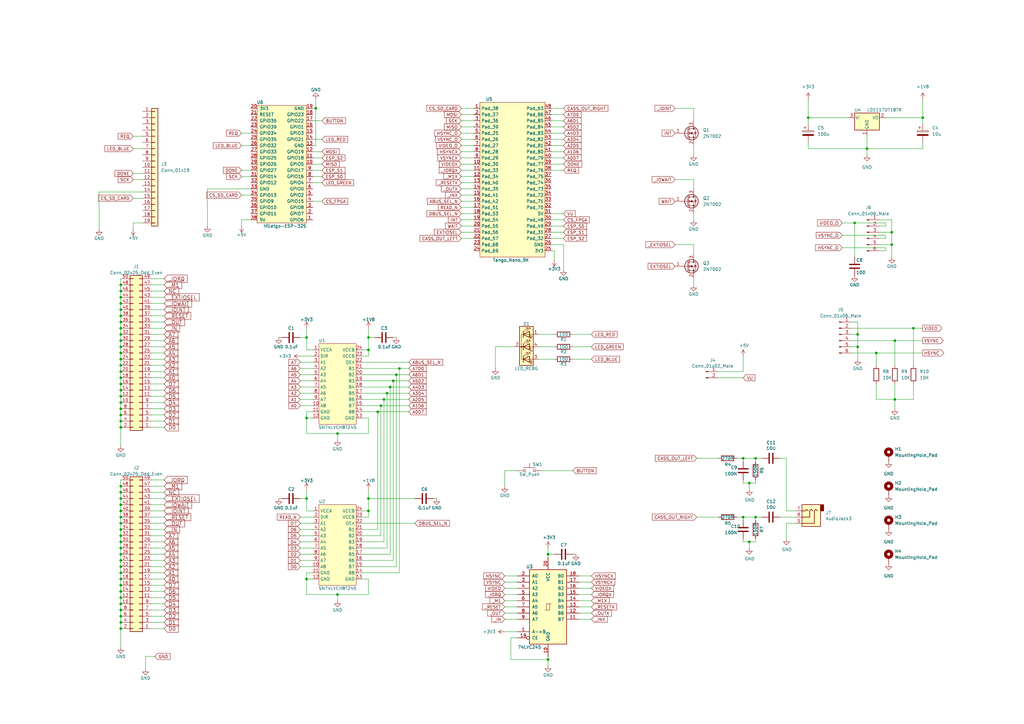
<source format=kicad_sch>
(kicad_sch (version 20211123) (generator eeschema)
  (paper "A3")
  (title_block (title "TRS-IO-M3 HIRES") (date "2023-06-18") (rev "V2.2b") (comment 3 "Title: TRS-IO with HIRES for the TRS-80 Model III") (comment 4 "Author: Matt Boytim & Arno Puder"))
  (junction (at 49.53 149.86))
  (junction (at 49.53 132.08))
  (junction (at 49.53 147.32))
  (junction (at 350.52 91.44))
  (junction (at 151.13 204.47))
  (junction (at 367.03 163.83))
  (junction (at 163.83 151.13))
  (junction (at 351.79 137.16))
  (junction (at 49.53 137.16))
  (junction (at 49.53 214.63))
  (junction (at 49.53 172.72))
  (junction (at 365.76 95.25))
  (junction (at 49.53 154.94))
  (junction (at 49.53 227.33))
  (junction (at 49.53 157.48))
  (junction (at 49.53 170.18))
  (junction (at 224.79 227.33))
  (junction (at 49.53 209.55))
  (junction (at 49.53 152.4))
  (junction (at 355.6 60.96))
  (junction (at 49.53 199.39))
  (junction (at 49.53 139.7))
  (junction (at 49.53 160.02))
  (junction (at 49.53 142.24))
  (junction (at 307.34 222.25))
  (junction (at 125.73 237.49))
  (junction (at 125.73 204.47))
  (junction (at 151.13 209.55))
  (junction (at 49.53 224.79))
  (junction (at 309.88 187.96))
  (junction (at 162.56 153.67))
  (junction (at 158.75 161.29))
  (junction (at 331.47 48.26))
  (junction (at 160.02 158.75))
  (junction (at 49.53 250.19))
  (junction (at 49.53 127))
  (junction (at 49.53 204.47))
  (junction (at 125.73 138.43))
  (junction (at 49.53 229.87))
  (junction (at 154.94 168.91))
  (junction (at 359.41 144.78))
  (junction (at 49.53 124.46))
  (junction (at 49.53 217.17))
  (junction (at 49.53 234.95))
  (junction (at 49.53 252.73))
  (junction (at 138.43 243.84))
  (junction (at 49.53 167.64))
  (junction (at 161.29 156.21))
  (junction (at 49.53 219.71))
  (junction (at 49.53 212.09))
  (junction (at 224.79 270.51))
  (junction (at 49.53 242.57))
  (junction (at 49.53 237.49))
  (junction (at 304.8 212.09))
  (junction (at 49.53 134.62))
  (junction (at 374.65 134.62))
  (junction (at 49.53 116.84))
  (junction (at 151.13 143.51))
  (junction (at 49.53 257.81))
  (junction (at 156.21 166.37))
  (junction (at 49.53 232.41))
  (junction (at 125.73 171.45))
  (junction (at 304.8 187.96))
  (junction (at 309.88 212.09))
  (junction (at 49.53 144.78))
  (junction (at 49.53 121.92))
  (junction (at 157.48 163.83))
  (junction (at 129.54 44.45))
  (junction (at 49.53 175.26))
  (junction (at 49.53 165.1))
  (junction (at 49.53 119.38))
  (junction (at 307.34 198.12))
  (junction (at 49.53 240.03))
  (junction (at 49.53 207.01))
  (junction (at 49.53 201.93))
  (junction (at 49.53 162.56))
  (junction (at 49.53 129.54))
  (junction (at 138.43 177.8))
  (junction (at 378.46 48.26))
  (junction (at 49.53 255.27))
  (junction (at 351.79 142.24))
  (junction (at 49.53 247.65))
  (junction (at 49.53 245.11))
  (junction (at 49.53 222.25))
  (junction (at 151.13 138.43))
  (junction (at 365.76 100.33))
  (junction (at 367.03 139.7))
  (wire (pts (xy 102.87 90.17) (xy 99.06 90.17)))
  (wire (pts (xy 62.23 149.86) (xy 67.31 149.86)))
  (wire (pts (xy 129.54 44.45) (xy 129.54 59.69)))
  (wire (pts (xy 49.53 175.26) (xy 49.53 182.88)))
  (wire (pts (xy 189.23 85.09) (xy 194.31 85.09)))
  (wire (pts (xy 154.94 168.91) (xy 167.64 168.91)))
  (wire (pts (xy 129.54 59.69) (xy 128.27 59.69)))
  (wire (pts (xy 148.59 151.13) (xy 163.83 151.13)))
  (wire (pts (xy 123.19 166.37) (xy 128.27 166.37)))
  (wire (pts (xy 114.3 138.43) (xy 115.57 138.43)))
  (wire (pts (xy 322.58 214.63) (xy 322.58 220.98)))
  (wire (pts (xy 331.47 60.96) (xy 355.6 60.96)))
  (wire (pts (xy 189.23 59.69) (xy 194.31 59.69)))
  (wire (pts (xy 226.06 92.71) (xy 231.14 92.71)))
  (wire (pts (xy 125.73 143.51) (xy 128.27 143.51)))
  (wire (pts (xy 49.53 149.86) (xy 49.53 152.4)))
  (wire (pts (xy 62.23 124.46) (xy 67.31 124.46)))
  (wire (pts (xy 207.01 251.46) (xy 212.09 251.46)))
  (wire (pts (xy 154.94 168.91) (xy 154.94 217.17)))
  (wire (pts (xy 151.13 138.43) (xy 151.13 143.51)))
  (wire (pts (xy 49.53 119.38) (xy 49.53 121.92)))
  (wire (pts (xy 114.3 204.47) (xy 115.57 204.47)))
  (wire (pts (xy 148.59 143.51) (xy 151.13 143.51)))
  (wire (pts (xy 237.49 254) (xy 242.57 254)))
  (wire (pts (xy 207.01 248.92) (xy 212.09 248.92)))
  (wire (pts (xy 49.53 212.09) (xy 49.53 214.63)))
  (wire (pts (xy 128.27 62.23) (xy 132.08 62.23)))
  (wire (pts (xy 151.13 200.66) (xy 151.13 204.47)))
  (wire (pts (xy 209.55 261.62) (xy 209.55 270.51)))
  (wire (pts (xy 49.53 227.33) (xy 49.53 229.87)))
  (wire (pts (xy 374.65 134.62) (xy 378.46 134.62)))
  (wire (pts (xy 226.06 49.53) (xy 231.14 49.53)))
  (wire (pts (xy 284.48 44.45) (xy 276.86 44.45)))
  (wire (pts (xy 54.61 60.96) (xy 58.42 60.96)))
  (wire (pts (xy 123.19 222.25) (xy 128.27 222.25)))
  (wire (pts (xy 224.79 224.79) (xy 224.79 227.33)))
  (wire (pts (xy 123.19 219.71) (xy 128.27 219.71)))
  (wire (pts (xy 189.23 57.15) (xy 194.31 57.15)))
  (wire (pts (xy 59.69 269.24) (xy 63.5 269.24)))
  (wire (pts (xy 367.03 163.83) (xy 367.03 167.64)))
  (wire (pts (xy 49.53 214.63) (xy 49.53 217.17)))
  (wire (pts (xy 189.23 67.31) (xy 194.31 67.31)))
  (wire (pts (xy 294.64 152.4) (xy 304.8 152.4)))
  (wire (pts (xy 326.39 212.09) (xy 320.04 212.09)))
  (wire (pts (xy 350.52 91.44) (xy 363.22 91.44)))
  (wire (pts (xy 62.23 232.41) (xy 67.31 232.41)))
  (wire (pts (xy 212.09 259.08) (xy 207.01 259.08)))
  (wire (pts (xy 123.19 229.87) (xy 128.27 229.87)))
  (wire (pts (xy 237.49 241.3) (xy 242.57 241.3)))
  (wire (pts (xy 367.03 139.7) (xy 378.46 139.7)))
  (wire (pts (xy 138.43 243.84) (xy 151.13 243.84)))
  (wire (pts (xy 203.2 151.13) (xy 203.2 142.24)))
  (wire (pts (xy 123.19 153.67) (xy 128.27 153.67)))
  (wire (pts (xy 326.39 209.55) (xy 322.58 209.55)))
  (wire (pts (xy 365.76 95.25) (xy 365.76 100.33)))
  (wire (pts (xy 99.06 90.17) (xy 99.06 92.71)))
  (wire (pts (xy 148.59 224.79) (xy 158.75 224.79)))
  (wire (pts (xy 212.09 261.62) (xy 209.55 261.62)))
  (wire (pts (xy 123.19 158.75) (xy 128.27 158.75)))
  (wire (pts (xy 58.42 73.66) (xy 54.61 73.66)))
  (wire (pts (xy 224.79 269.24) (xy 224.79 270.51)))
  (wire (pts (xy 359.41 144.78) (xy 378.46 144.78)))
  (wire (pts (xy 49.53 147.32) (xy 49.53 149.86)))
  (wire (pts (xy 226.06 54.61) (xy 231.14 54.61)))
  (wire (pts (xy 351.79 132.08) (xy 351.79 137.16)))
  (wire (pts (xy 49.53 157.48) (xy 49.53 160.02)))
  (wire (pts (xy 307.34 198.12) (xy 307.34 200.66)))
  (wire (pts (xy 49.53 257.81) (xy 49.53 265.43)))
  (wire (pts (xy 132.08 49.53) (xy 128.27 49.53)))
  (wire (pts (xy 151.13 243.84) (xy 151.13 237.49)))
  (wire (pts (xy 322.58 209.55) (xy 322.58 187.96)))
  (wire (pts (xy 179.07 204.47) (xy 177.8 204.47)))
  (wire (pts (xy 49.53 162.56) (xy 49.53 165.1)))
  (wire (pts (xy 349.25 132.08) (xy 351.79 132.08)))
  (wire (pts (xy 312.42 212.09) (xy 309.88 212.09)))
  (wire (pts (xy 158.75 161.29) (xy 158.75 224.79)))
  (wire (pts (xy 203.2 142.24) (xy 210.82 142.24)))
  (wire (pts (xy 123.19 161.29) (xy 128.27 161.29)))
  (wire (pts (xy 151.13 177.8) (xy 151.13 171.45)))
  (wire (pts (xy 234.95 137.16) (xy 242.57 137.16)))
  (wire (pts (xy 62.23 132.08) (xy 67.31 132.08)))
  (wire (pts (xy 349.25 137.16) (xy 351.79 137.16)))
  (wire (pts (xy 62.23 252.73) (xy 67.31 252.73)))
  (wire (pts (xy 123.19 227.33) (xy 128.27 227.33)))
  (wire (pts (xy 102.87 54.61) (xy 99.06 54.61)))
  (wire (pts (xy 49.53 242.57) (xy 49.53 245.11)))
  (wire (pts (xy 62.23 207.01) (xy 67.31 207.01)))
  (wire (pts (xy 207.01 246.38) (xy 212.09 246.38)))
  (wire (pts (xy 359.41 163.83) (xy 367.03 163.83)))
  (wire (pts (xy 49.53 217.17) (xy 49.53 219.71)))
  (wire (pts (xy 307.34 222.25) (xy 309.88 222.25)))
  (wire (pts (xy 125.73 138.43) (xy 125.73 143.51)))
  (wire (pts (xy 189.23 95.25) (xy 194.31 95.25)))
  (wire (pts (xy 49.53 170.18) (xy 49.53 172.72)))
  (wire (pts (xy 365.76 90.17) (xy 365.76 95.25)))
  (wire (pts (xy 220.98 147.32) (xy 227.33 147.32)))
  (wire (pts (xy 226.06 62.23) (xy 231.14 62.23)))
  (wire (pts (xy 62.23 201.93) (xy 67.31 201.93)))
  (wire (pts (xy 349.25 144.78) (xy 359.41 144.78)))
  (wire (pts (xy 163.83 151.13) (xy 167.64 151.13)))
  (wire (pts (xy 62.23 196.85) (xy 67.31 196.85)))
  (wire (pts (xy 359.41 157.48) (xy 359.41 163.83)))
  (wire (pts (xy 123.19 148.59) (xy 128.27 148.59)))
  (wire (pts (xy 62.23 229.87) (xy 67.31 229.87)))
  (wire (pts (xy 49.53 121.92) (xy 49.53 124.46)))
  (wire (pts (xy 49.53 196.85) (xy 49.53 199.39)))
  (wire (pts (xy 138.43 243.84) (xy 138.43 246.38)))
  (wire (pts (xy 49.53 255.27) (xy 49.53 257.81)))
  (wire (pts (xy 309.88 196.85) (xy 309.88 198.12)))
  (wire (pts (xy 231.14 100.33) (xy 231.14 110.49)))
  (wire (pts (xy 307.34 222.25) (xy 307.34 224.79)))
  (wire (pts (xy 226.06 59.69) (xy 231.14 59.69)))
  (wire (pts (xy 129.54 40.64) (xy 129.54 44.45)))
  (wire (pts (xy 189.23 97.79) (xy 194.31 97.79)))
  (wire (pts (xy 345.44 96.52) (xy 363.22 96.52)))
  (wire (pts (xy 226.06 44.45) (xy 231.14 44.45)))
  (wire (pts (xy 58.42 78.74) (xy 40.64 78.74)))
  (wire (pts (xy 158.75 161.29) (xy 167.64 161.29)))
  (wire (pts (xy 151.13 209.55) (xy 151.13 212.09)))
  (wire (pts (xy 54.61 81.28) (xy 58.42 81.28)))
  (wire (pts (xy 62.23 219.71) (xy 67.31 219.71)))
  (wire (pts (xy 49.53 234.95) (xy 49.53 237.49)))
  (wire (pts (xy 360.68 90.17) (xy 365.76 90.17)))
  (wire (pts (xy 62.23 250.19) (xy 67.31 250.19)))
  (wire (pts (xy 128.27 82.55) (xy 132.08 82.55)))
  (wire (pts (xy 309.88 187.96) (xy 304.8 187.96)))
  (wire (pts (xy 99.06 59.69) (xy 102.87 59.69)))
  (wire (pts (xy 189.23 82.55) (xy 194.31 82.55)))
  (wire (pts (xy 62.23 242.57) (xy 67.31 242.57)))
  (wire (pts (xy 148.59 222.25) (xy 157.48 222.25)))
  (wire (pts (xy 189.23 46.99) (xy 194.31 46.99)))
  (wire (pts (xy 363.22 92.71) (xy 360.68 92.71)))
  (wire (pts (xy 132.08 74.93) (xy 128.27 74.93)))
  (wire (pts (xy 59.69 274.32) (xy 59.69 269.24)))
  (wire (pts (xy 49.53 172.72) (xy 49.53 175.26)))
  (wire (pts (xy 58.42 71.12) (xy 54.61 71.12)))
  (wire (pts (xy 49.53 152.4) (xy 49.53 154.94)))
  (wire (pts (xy 62.23 257.81) (xy 67.31 257.81)))
  (wire (pts (xy 237.49 251.46) (xy 242.57 251.46)))
  (wire (pts (xy 162.56 138.43) (xy 161.29 138.43)))
  (wire (pts (xy 234.95 227.33) (xy 236.22 227.33)))
  (wire (pts (xy 304.8 220.98) (xy 304.8 222.25)))
  (wire (pts (xy 148.59 214.63) (xy 170.18 214.63)))
  (wire (pts (xy 148.59 217.17) (xy 154.94 217.17)))
  (wire (pts (xy 309.88 212.09) (xy 304.8 212.09)))
  (wire (pts (xy 62.23 144.78) (xy 67.31 144.78)))
  (wire (pts (xy 207.01 254) (xy 212.09 254)))
  (wire (pts (xy 125.73 134.62) (xy 125.73 138.43)))
  (wire (pts (xy 125.73 234.95) (xy 125.73 237.49)))
  (wire (pts (xy 374.65 134.62) (xy 374.65 149.86)))
  (wire (pts (xy 123.19 232.41) (xy 128.27 232.41)))
  (wire (pts (xy 151.13 212.09) (xy 148.59 212.09)))
  (wire (pts (xy 355.6 60.96) (xy 378.46 60.96)))
  (wire (pts (xy 151.13 146.05) (xy 148.59 146.05)))
  (wire (pts (xy 367.03 139.7) (xy 367.03 149.86)))
  (wire (pts (xy 123.19 156.21) (xy 128.27 156.21)))
  (wire (pts (xy 148.59 161.29) (xy 158.75 161.29)))
  (wire (pts (xy 62.23 204.47) (xy 67.31 204.47)))
  (wire (pts (xy 212.09 241.3) (xy 207.01 241.3)))
  (wire (pts (xy 226.06 90.17) (xy 231.14 90.17)))
  (wire (pts (xy 62.23 172.72) (xy 67.31 172.72)))
  (wire (pts (xy 312.42 187.96) (xy 309.88 187.96)))
  (wire (pts (xy 378.46 48.26) (xy 378.46 50.8)))
  (wire (pts (xy 156.21 166.37) (xy 167.64 166.37)))
  (wire (pts (xy 49.53 129.54) (xy 49.53 132.08)))
  (wire (pts (xy 49.53 116.84) (xy 49.53 119.38)))
  (wire (pts (xy 49.53 137.16) (xy 49.53 139.7)))
  (wire (pts (xy 62.23 152.4) (xy 67.31 152.4)))
  (wire (pts (xy 355.6 55.88) (xy 355.6 60.96)))
  (wire (pts (xy 62.23 157.48) (xy 67.31 157.48)))
  (wire (pts (xy 125.73 237.49) (xy 128.27 237.49)))
  (wire (pts (xy 49.53 240.03) (xy 49.53 242.57)))
  (wire (pts (xy 62.23 224.79) (xy 67.31 224.79)))
  (wire (pts (xy 220.98 142.24) (xy 227.33 142.24)))
  (wire (pts (xy 189.23 77.47) (xy 194.31 77.47)))
  (wire (pts (xy 62.23 142.24) (xy 67.31 142.24)))
  (wire (pts (xy 222.25 193.04) (xy 234.95 193.04)))
  (wire (pts (xy 151.13 204.47) (xy 170.18 204.47)))
  (wire (pts (xy 49.53 124.46) (xy 49.53 127)))
  (wire (pts (xy 189.23 62.23) (xy 194.31 62.23)))
  (wire (pts (xy 151.13 134.62) (xy 151.13 138.43)))
  (wire (pts (xy 123.19 151.13) (xy 128.27 151.13)))
  (wire (pts (xy 128.27 234.95) (xy 125.73 234.95)))
  (wire (pts (xy 49.53 229.87) (xy 49.53 232.41)))
  (wire (pts (xy 49.53 167.64) (xy 49.53 170.18)))
  (wire (pts (xy 148.59 171.45) (xy 151.13 171.45)))
  (wire (pts (xy 148.59 232.41) (xy 162.56 232.41)))
  (wire (pts (xy 151.13 138.43) (xy 153.67 138.43)))
  (wire (pts (xy 62.23 162.56) (xy 67.31 162.56)))
  (wire (pts (xy 125.73 237.49) (xy 125.73 243.84)))
  (wire (pts (xy 99.06 80.01) (xy 102.87 80.01)))
  (wire (pts (xy 302.26 212.09) (xy 304.8 212.09)))
  (wire (pts (xy 226.06 95.25) (xy 231.14 95.25)))
  (wire (pts (xy 284.48 87.63) (xy 284.48 90.17)))
  (wire (pts (xy 237.49 246.38) (xy 242.57 246.38)))
  (wire (pts (xy 54.61 91.44) (xy 54.61 93.98)))
  (wire (pts (xy 148.59 156.21) (xy 161.29 156.21)))
  (wire (pts (xy 49.53 165.1) (xy 49.53 167.64)))
  (wire (pts (xy 237.49 238.76) (xy 242.57 238.76)))
  (wire (pts (xy 345.44 91.44) (xy 350.52 91.44)))
  (wire (pts (xy 194.31 72.39) (xy 189.23 72.39)))
  (wire (pts (xy 138.43 177.8) (xy 138.43 180.34)))
  (wire (pts (xy 102.87 77.47) (xy 85.09 77.47)))
  (wire (pts (xy 128.27 67.31) (xy 132.08 67.31)))
  (wire (pts (xy 49.53 237.49) (xy 49.53 240.03)))
  (wire (pts (xy 157.48 163.83) (xy 167.64 163.83)))
  (wire (pts (xy 212.09 193.04) (xy 207.01 193.04)))
  (wire (pts (xy 349.25 139.7) (xy 367.03 139.7)))
  (wire (pts (xy 62.23 222.25) (xy 67.31 222.25)))
  (wire (pts (xy 365.76 100.33) (xy 365.76 105.41)))
  (wire (pts (xy 363.22 101.6) (xy 363.22 102.87)))
  (wire (pts (xy 49.53 245.11) (xy 49.53 247.65)))
  (wire (pts (xy 226.06 46.99) (xy 231.14 46.99)))
  (wire (pts (xy 148.59 234.95) (xy 163.83 234.95)))
  (wire (pts (xy 125.73 204.47) (xy 125.73 209.55)))
  (wire (pts (xy 207.01 243.84) (xy 212.09 243.84)))
  (wire (pts (xy 62.23 129.54) (xy 67.31 129.54)))
  (wire (pts (xy 49.53 144.78) (xy 49.53 147.32)))
  (wire (pts (xy 62.23 245.11) (xy 67.31 245.11)))
  (wire (pts (xy 226.06 64.77) (xy 231.14 64.77)))
  (wire (pts (xy 128.27 72.39) (xy 132.08 72.39)))
  (wire (pts (xy 62.23 127) (xy 67.31 127)))
  (wire (pts (xy 226.06 69.85) (xy 231.14 69.85)))
  (wire (pts (xy 304.8 222.25) (xy 307.34 222.25)))
  (wire (pts (xy 62.23 199.39) (xy 67.31 199.39)))
  (wire (pts (xy 307.34 198.12) (xy 309.88 198.12)))
  (wire (pts (xy 189.23 74.93) (xy 194.31 74.93)))
  (wire (pts (xy 49.53 114.3) (xy 49.53 116.84)))
  (wire (pts (xy 224.79 227.33) (xy 227.33 227.33)))
  (wire (pts (xy 322.58 187.96) (xy 320.04 187.96)))
  (wire (pts (xy 148.59 153.67) (xy 162.56 153.67)))
  (wire (pts (xy 40.64 78.74) (xy 40.64 93.98)))
  (wire (pts (xy 160.02 158.75) (xy 160.02 227.33)))
  (wire (pts (xy 49.53 160.02) (xy 49.53 162.56)))
  (wire (pts (xy 62.23 139.7) (xy 67.31 139.7)))
  (wire (pts (xy 49.53 127) (xy 49.53 129.54)))
  (wire (pts (xy 207.01 193.04) (xy 207.01 199.39)))
  (wire (pts (xy 189.23 54.61) (xy 194.31 54.61)))
  (wire (pts (xy 162.56 153.67) (xy 167.64 153.67)))
  (wire (pts (xy 285.75 187.96) (xy 294.64 187.96)))
  (wire (pts (xy 374.65 163.83) (xy 374.65 157.48)))
  (wire (pts (xy 62.23 160.02) (xy 67.31 160.02)))
  (wire (pts (xy 304.8 189.23) (xy 304.8 187.96)))
  (wire (pts (xy 49.53 252.73) (xy 49.53 255.27)))
  (wire (pts (xy 226.06 52.07) (xy 231.14 52.07)))
  (wire (pts (xy 128.27 168.91) (xy 125.73 168.91)))
  (wire (pts (xy 102.87 69.85) (xy 99.06 69.85)))
  (wire (pts (xy 148.59 168.91) (xy 154.94 168.91)))
  (wire (pts (xy 49.53 134.62) (xy 49.53 137.16)))
  (wire (pts (xy 331.47 48.26) (xy 331.47 50.8)))
  (wire (pts (xy 224.79 227.33) (xy 224.79 228.6)))
  (wire (pts (xy 123.19 163.83) (xy 128.27 163.83)))
  (wire (pts (xy 49.53 232.41) (xy 49.53 234.95)))
  (wire (pts (xy 125.73 168.91) (xy 125.73 171.45)))
  (wire (pts (xy 151.13 204.47) (xy 151.13 209.55)))
  (wire (pts (xy 331.47 48.26) (xy 347.98 48.26)))
  (wire (pts (xy 285.75 212.09) (xy 294.64 212.09)))
  (wire (pts (xy 58.42 55.88) (xy 54.61 55.88)))
  (wire (pts (xy 189.23 90.17) (xy 194.31 90.17)))
  (wire (pts (xy 309.88 220.98) (xy 309.88 222.25)))
  (wire (pts (xy 123.19 224.79) (xy 128.27 224.79)))
  (wire (pts (xy 49.53 209.55) (xy 49.53 212.09)))
  (wire (pts (xy 234.95 147.32) (xy 242.57 147.32)))
  (wire (pts (xy 360.68 100.33) (xy 365.76 100.33)))
  (wire (pts (xy 125.73 171.45) (xy 125.73 177.8)))
  (wire (pts (xy 62.23 212.09) (xy 67.31 212.09)))
  (wire (pts (xy 207.01 236.22) (xy 212.09 236.22)))
  (wire (pts (xy 125.73 243.84) (xy 138.43 243.84)))
  (wire (pts (xy 160.02 158.75) (xy 167.64 158.75)))
  (wire (pts (xy 284.48 73.66) (xy 284.48 77.47)))
  (wire (pts (xy 128.27 212.09) (xy 123.19 212.09)))
  (wire (pts (xy 85.09 77.47) (xy 85.09 92.71)))
  (wire (pts (xy 123.19 217.17) (xy 128.27 217.17)))
  (wire (pts (xy 102.87 72.39) (xy 99.06 72.39)))
  (wire (pts (xy 227.33 102.87) (xy 227.33 106.68)))
  (wire (pts (xy 49.53 199.39) (xy 49.53 201.93)))
  (wire (pts (xy 49.53 132.08) (xy 49.53 134.62)))
  (wire (pts (xy 367.03 163.83) (xy 374.65 163.83)))
  (wire (pts (xy 62.23 217.17) (xy 67.31 217.17)))
  (wire (pts (xy 161.29 156.21) (xy 167.64 156.21)))
  (wire (pts (xy 58.42 91.44) (xy 54.61 91.44)))
  (wire (pts (xy 62.23 170.18) (xy 67.31 170.18)))
  (wire (pts (xy 123.19 214.63) (xy 128.27 214.63)))
  (wire (pts (xy 148.59 219.71) (xy 156.21 219.71)))
  (wire (pts (xy 125.73 177.8) (xy 138.43 177.8)))
  (wire (pts (xy 345.44 101.6) (xy 363.22 101.6)))
  (wire (pts (xy 49.53 250.19) (xy 49.53 252.73)))
  (wire (pts (xy 189.23 92.71) (xy 194.31 92.71)))
  (wire (pts (xy 231.14 87.63) (xy 226.06 87.63)))
  (wire (pts (xy 62.23 227.33) (xy 67.31 227.33)))
  (wire (pts (xy 138.43 177.8) (xy 151.13 177.8)))
  (wire (pts (xy 49.53 219.71) (xy 49.53 222.25)))
  (wire (pts (xy 156.21 166.37) (xy 156.21 219.71)))
  (wire (pts (xy 132.08 57.15) (xy 128.27 57.15)))
  (wire (pts (xy 363.22 96.52) (xy 363.22 97.79)))
  (wire (pts (xy 123.19 138.43) (xy 125.73 138.43)))
  (wire (pts (xy 62.23 114.3) (xy 67.31 114.3)))
  (wire (pts (xy 226.06 57.15) (xy 231.14 57.15)))
  (wire (pts (xy 309.88 213.36) (xy 309.88 212.09)))
  (wire (pts (xy 207.01 238.76) (xy 212.09 238.76)))
  (wire (pts (xy 189.23 69.85) (xy 194.31 69.85)))
  (wire (pts (xy 189.23 52.07) (xy 194.31 52.07)))
  (wire (pts (xy 363.22 97.79) (xy 360.68 97.79)))
  (wire (pts (xy 331.47 40.64) (xy 331.47 48.26)))
  (wire (pts (xy 62.23 167.64) (xy 67.31 167.64)))
  (wire (pts (xy 62.23 255.27) (xy 67.31 255.27)))
  (wire (pts (xy 224.79 270.51) (xy 224.79 273.05)))
  (wire (pts (xy 350.52 105.41) (xy 350.52 91.44)))
  (wire (pts (xy 128.27 44.45) (xy 129.54 44.45)))
  (wire (pts (xy 148.59 163.83) (xy 157.48 163.83)))
  (wire (pts (xy 331.47 58.42) (xy 331.47 60.96)))
  (wire (pts (xy 302.26 187.96) (xy 304.8 187.96)))
  (wire (pts (xy 226.06 102.87) (xy 227.33 102.87)))
  (wire (pts (xy 62.23 147.32) (xy 67.31 147.32)))
  (wire (pts (xy 378.46 58.42) (xy 378.46 60.96)))
  (wire (pts (xy 125.73 209.55) (xy 128.27 209.55)))
  (wire (pts (xy 189.23 64.77) (xy 194.31 64.77)))
  (wire (pts (xy 128.27 64.77) (xy 132.08 64.77)))
  (wire (pts (xy 359.41 144.78) (xy 359.41 149.86)))
  (wire (pts (xy 349.25 142.24) (xy 351.79 142.24)))
  (wire (pts (xy 62.23 119.38) (xy 67.31 119.38)))
  (wire (pts (xy 125.73 200.66) (xy 125.73 204.47)))
  (wire (pts (xy 62.23 234.95) (xy 67.31 234.95)))
  (wire (pts (xy 360.68 95.25) (xy 365.76 95.25)))
  (wire (pts (xy 49.53 204.47) (xy 49.53 207.01)))
  (wire (pts (xy 326.39 214.63) (xy 322.58 214.63)))
  (wire (pts (xy 363.22 91.44) (xy 363.22 92.71)))
  (wire (pts (xy 49.53 154.94) (xy 49.53 157.48)))
  (wire (pts (xy 284.48 59.69) (xy 284.48 63.5)))
  (wire (pts (xy 62.23 121.92) (xy 67.31 121.92)))
  (wire (pts (xy 189.23 49.53) (xy 194.31 49.53)))
  (wire (pts (xy 284.48 49.53) (xy 284.48 44.45)))
  (wire (pts (xy 148.59 148.59) (xy 167.64 148.59)))
  (wire (pts (xy 304.8 196.85) (xy 304.8 198.12)))
  (wire (pts (xy 189.23 87.63) (xy 194.31 87.63)))
  (wire (pts (xy 148.59 166.37) (xy 156.21 166.37)))
  (wire (pts (xy 237.49 236.22) (xy 242.57 236.22)))
  (wire (pts (xy 62.23 240.03) (xy 67.31 240.03)))
  (wire (pts (xy 294.64 154.94) (xy 304.8 154.94)))
  (wire (pts (xy 237.49 243.84) (xy 242.57 243.84)))
  (wire (pts (xy 62.23 154.94) (xy 67.31 154.94)))
  (wire (pts (xy 163.83 151.13) (xy 163.83 234.95)))
  (wire (pts (xy 148.59 227.33) (xy 160.02 227.33)))
  (wire (pts (xy 148.59 237.49) (xy 151.13 237.49)))
  (wire (pts (xy 62.23 214.63) (xy 67.31 214.63)))
  (wire (pts (xy 62.23 247.65) (xy 67.31 247.65)))
  (wire (pts (xy 284.48 114.3) (xy 284.48 116.84)))
  (wire (pts (xy 161.29 156.21) (xy 161.29 229.87)))
  (wire (pts (xy 349.25 134.62) (xy 374.65 134.62)))
  (wire (pts (xy 62.23 165.1) (xy 67.31 165.1)))
  (wire (pts (xy 49.53 224.79) (xy 49.53 227.33)))
  (wire (pts (xy 226.06 100.33) (xy 231.14 100.33)))
  (wire (pts (xy 355.6 60.96) (xy 355.6 63.5)))
  (wire (pts (xy 49.53 142.24) (xy 49.53 144.78)))
  (wire (pts (xy 128.27 146.05) (xy 123.19 146.05)))
  (wire (pts (xy 367.03 157.48) (xy 367.03 163.83)))
  (wire (pts (xy 128.27 69.85) (xy 132.08 69.85)))
  (wire (pts (xy 49.53 207.01) (xy 49.53 209.55)))
  (wire (pts (xy 284.48 100.33) (xy 284.48 104.14)))
  (wire (pts (xy 209.55 270.51) (xy 224.79 270.51)))
  (wire (pts (xy 62.23 175.26) (xy 67.31 175.26)))
  (wire (pts (xy 49.53 247.65) (xy 49.53 250.19)))
  (wire (pts (xy 148.59 229.87) (xy 161.29 229.87)))
  (wire (pts (xy 62.23 237.49) (xy 67.31 237.49)))
  (wire (pts (xy 49.53 139.7) (xy 49.53 142.24)))
  (wire (pts (xy 237.49 248.92) (xy 242.57 248.92)))
  (wire (pts (xy 151.13 143.51) (xy 151.13 146.05)))
  (wire (pts (xy 148.59 209.55) (xy 151.13 209.55)))
  (wire (pts (xy 378.46 48.26) (xy 363.22 48.26)))
  (wire (pts (xy 189.23 80.01) (xy 194.31 80.01)))
  (wire (pts (xy 162.56 153.67) (xy 162.56 232.41)))
  (wire (pts (xy 62.23 209.55) (xy 67.31 209.55)))
  (wire (pts (xy 378.46 40.64) (xy 378.46 48.26)))
  (wire (pts (xy 62.23 116.84) (xy 67.31 116.84)))
  (wire (pts (xy 226.06 97.79) (xy 231.14 97.79)))
  (wire (pts (xy 276.86 73.66) (xy 284.48 73.66)))
  (wire (pts (xy 363.22 102.87) (xy 360.68 102.87)))
  (wire (pts (xy 351.79 137.16) (xy 351.79 142.24)))
  (wire (pts (xy 304.8 213.36) (xy 304.8 212.09)))
  (wire (pts (xy 276.86 100.33) (xy 284.48 100.33)))
  (wire (pts (xy 189.23 44.45) (xy 194.31 44.45)))
  (wire (pts (xy 309.88 189.23) (xy 309.88 187.96)))
  (wire (pts (xy 226.06 67.31) (xy 231.14 67.31)))
  (wire (pts (xy 220.98 137.16) (xy 227.33 137.16)))
  (wire (pts (xy 304.8 152.4) (xy 304.8 146.05)))
  (wire (pts (xy 125.73 171.45) (xy 128.27 171.45)))
  (wire (pts (xy 62.23 134.62) (xy 67.31 134.62)))
  (wire (pts (xy 148.59 158.75) (xy 160.02 158.75)))
  (wire (pts (xy 123.19 204.47) (xy 125.73 204.47)))
  (wire (pts (xy 49.53 222.25) (xy 49.53 224.79)))
  (wire (pts (xy 351.79 142.24) (xy 351.79 147.32)))
  (wire (pts (xy 304.8 198.12) (xy 307.34 198.12)))
  (wire (pts (xy 234.95 142.24) (xy 242.57 142.24)))
  (wire (pts (xy 62.23 137.16) (xy 67.31 137.16)))
  (wire (pts (xy 49.53 201.93) (xy 49.53 204.47)))
  (wire (pts (xy 157.48 163.83) (xy 157.48 222.25)))
  (global_label "A7" (shape input) (at 67.31 137.16 0) (effects (font (size 1.524 1.524))) (property "Intersheet References" "${INTERSHEET_REFS}" (effects hide)))
  (global_label "D1" (shape input) (at 123.19 229.87 180) (property "Intersheet References" "${INTERSHEET_REFS}" (effects hide)))
  (global_label "_EXTIOSEL" (shape input) (at 67.31 121.92 0) (effects (font (size 1.524 1.524))) (property "Intersheet References" "${INTERSHEET_REFS}" (effects hide)))
  (global_label "LED_BLUE" (shape input) (at 54.61 60.96 180) (property "Intersheet References" "${INTERSHEET_REFS}" (effects hide)))
  (global_label "A5" (shape input) (at 67.31 224.79 0) (effects (font (size 1.524 1.524))) (property "Intersheet References" "${INTERSHEET_REFS}" (effects hide)))
  (global_label "D1" (shape input) (at 67.31 172.72 0) (effects (font (size 1.524 1.524))) (property "Intersheet References" "${INTERSHEET_REFS}" (effects hide)))
  (global_label "A6" (shape input) (at 67.31 222.25 0) (effects (font (size 1.524 1.524))) (property "Intersheet References" "${INTERSHEET_REFS}" (effects hide)))
  (global_label "A0D7" (shape input) (at 167.64 168.91 0) (property "Intersheet References" "${INTERSHEET_REFS}" (effects hide)))
  (global_label "_EXTIOSEL" (shape input) (at 67.31 204.47 0) (effects (font (size 1.524 1.524))) (property "Intersheet References" "${INTERSHEET_REFS}" (effects hide)))
  (global_label "ESP_S1" (shape input) (at 132.08 69.85 0) (property "Intersheet References" "${INTERSHEET_REFS}" (effects hide)))
  (global_label "VSYNCX" (shape input) (at 189.23 64.77 180) (property "Intersheet References" "${INTERSHEET_REFS}" (effects hide)))
  (global_label "D4" (shape input) (at 123.19 222.25 180) (property "Intersheet References" "${INTERSHEET_REFS}" (effects hide)))
  (global_label "LED_BLUE" (shape input) (at 242.57 147.32 0) (property "Intersheet References" "${INTERSHEET_REFS}" (effects hide)))
  (global_label "A5D2" (shape input) (at 167.64 156.21 0) (property "Intersheet References" "${INTERSHEET_REFS}" (effects hide)))
  (global_label "D7" (shape input) (at 123.19 214.63 180) (property "Intersheet References" "${INTERSHEET_REFS}" (effects hide)))
  (global_label "CASS_OUT_RIGHT" (shape input) (at 231.14 44.45 0) (property "Intersheet References" "${INTERSHEET_REFS}" (effects hide)))
  (global_label "A6" (shape input) (at 123.19 151.13 180) (property "Intersheet References" "${INTERSHEET_REFS}" (effects hide)))
  (global_label "VU" (shape input) (at 231.14 87.63 0) (property "Intersheet References" "${INTERSHEET_REFS}" (effects hide)))
  (global_label "_IORQX" (shape input) (at 189.23 69.85 180) (property "Intersheet References" "${INTERSHEET_REFS}" (effects hide)))
  (global_label "A4D3" (shape input) (at 231.14 54.61 0) (property "Intersheet References" "${INTERSHEET_REFS}" (effects hide)))
  (global_label "_M1" (shape input) (at 67.31 199.39 0) (effects (font (size 1.524 1.524))) (property "Intersheet References" "${INTERSHEET_REFS}" (effects hide)))
  (global_label "ESP_S2" (shape input) (at 132.08 64.77 0) (property "Intersheet References" "${INTERSHEET_REFS}" (effects hide)))
  (global_label "EXTIOSEL" (shape input) (at 189.23 95.25 180) (property "Intersheet References" "${INTERSHEET_REFS}" (effects hide)))
  (global_label "READ_N" (shape input) (at 189.23 85.09 180) (property "Intersheet References" "${INTERSHEET_REFS}" (effects hide)))
  (global_label "VIDEOX" (shape input) (at 242.57 241.3 0) (property "Intersheet References" "${INTERSHEET_REFS}" (effects hide)))
  (global_label "A3" (shape input) (at 67.31 147.32 0) (effects (font (size 1.524 1.524))) (property "Intersheet References" "${INTERSHEET_REFS}" (effects hide)))
  (global_label "CASS_OUT_RIGHT" (shape input) (at 285.75 212.09 180) (property "Intersheet References" "${INTERSHEET_REFS}" (effects hide)))
  (global_label "MOSI" (shape input) (at 189.23 46.99 180) (property "Intersheet References" "${INTERSHEET_REFS}" (effects hide)))
  (global_label "A1" (shape input) (at 67.31 152.4 0) (effects (font (size 1.524 1.524))) (property "Intersheet References" "${INTERSHEET_REFS}" (effects hide)))
  (global_label "D6" (shape input) (at 67.31 242.57 0) (effects (font (size 1.524 1.524))) (property "Intersheet References" "${INTERSHEET_REFS}" (effects hide)))
  (global_label "A6D1" (shape input) (at 231.14 49.53 0) (property "Intersheet References" "${INTERSHEET_REFS}" (effects hide)))
  (global_label "WAIT" (shape input) (at 189.23 92.71 180) (property "Intersheet References" "${INTERSHEET_REFS}" (effects hide)))
  (global_label "INT" (shape input) (at 276.86 54.61 180) (property "Intersheet References" "${INTERSHEET_REFS}" (effects hide)))
  (global_label "A2" (shape input) (at 123.19 161.29 180) (property "Intersheet References" "${INTERSHEET_REFS}" (effects hide)))
  (global_label "_OUT" (shape input) (at 67.31 132.08 0) (effects (font (size 1.524 1.524))) (property "Intersheet References" "${INTERSHEET_REFS}" (effects hide)))
  (global_label "VSYNC" (shape input) (at 207.01 238.76 180) (property "Intersheet References" "${INTERSHEET_REFS}" (effects hide)))
  (global_label "A1" (shape input) (at 67.31 234.95 0) (effects (font (size 1.524 1.524))) (property "Intersheet References" "${INTERSHEET_REFS}" (effects hide)))
  (global_label "A1D6" (shape input) (at 167.64 166.37 0) (property "Intersheet References" "${INTERSHEET_REFS}" (effects hide)))
  (global_label "CASS_OUT_LEFT" (shape input) (at 189.23 97.79 180) (property "Intersheet References" "${INTERSHEET_REFS}" (effects hide)))
  (global_label "HSYNC" (shape output) (at 378.46 144.78 0) (property "Intersheet References" "${INTERSHEET_REFS}" (effects hide)))
  (global_label "_OUT" (shape input) (at 207.01 251.46 180) (property "Intersheet References" "${INTERSHEET_REFS}" (effects hide)))
  (global_label "A2" (shape input) (at 67.31 149.86 0) (effects (font (size 1.524 1.524))) (property "Intersheet References" "${INTERSHEET_REFS}" (effects hide)))
  (global_label "A7D0" (shape input) (at 167.64 151.13 0) (property "Intersheet References" "${INTERSHEET_REFS}" (effects hide)))
  (global_label "LED_BLUE" (shape input) (at 99.06 59.69 180) (property "Intersheet References" "${INTERSHEET_REFS}" (effects hide)))
  (global_label "LED_GREEN" (shape input) (at 132.08 74.93 0) (property "Intersheet References" "${INTERSHEET_REFS}" (effects hide)))
  (global_label "D7" (shape input) (at 67.31 240.03 0) (effects (font (size 1.524 1.524))) (property "Intersheet References" "${INTERSHEET_REFS}" (effects hide)))
  (global_label "VSYNCX" (shape input) (at 242.57 238.76 0) (property "Intersheet References" "${INTERSHEET_REFS}" (effects hide)))
  (global_label "HSYNCX" (shape input) (at 189.23 62.23 180) (property "Intersheet References" "${INTERSHEET_REFS}" (effects hide)))
  (global_label "D0" (shape input) (at 67.31 257.81 0) (effects (font (size 1.524 1.524))) (property "Intersheet References" "${INTERSHEET_REFS}" (effects hide)))
  (global_label "CS_FPGA" (shape input) (at 132.08 82.55 0) (property "Intersheet References" "${INTERSHEET_REFS}" (effects hide)))
  (global_label "_IN" (shape input) (at 67.31 134.62 0) (effects (font (size 1.524 1.524))) (property "Intersheet References" "${INTERSHEET_REFS}" (effects hide)))
  (global_label "HSYNC_O" (shape input) (at 345.44 101.6 180) (property "Intersheet References" "${INTERSHEET_REFS}" (effects hide)))
  (global_label "_INX" (shape input) (at 189.23 80.01 180) (property "Intersheet References" "${INTERSHEET_REFS}" (effects hide)))
  (global_label "D6" (shape input) (at 123.19 217.17 180) (property "Intersheet References" "${INTERSHEET_REFS}" (effects hide)))
  (global_label "_IORQ" (shape input) (at 67.31 196.85 0) (effects (font (size 1.524 1.524))) (property "Intersheet References" "${INTERSHEET_REFS}" (effects hide)))
  (global_label "A7" (shape input) (at 67.31 219.71 0) (effects (font (size 1.524 1.524))) (property "Intersheet References" "${INTERSHEET_REFS}" (effects hide)))
  (global_label "VSYNC" (shape output) (at 378.46 139.7 0) (property "Intersheet References" "${INTERSHEET_REFS}" (effects hide)))
  (global_label "READ_N" (shape input) (at 123.19 212.09 180) (property "Intersheet References" "${INTERSHEET_REFS}" (effects hide)))
  (global_label "CS_SD_CARD" (shape input) (at 54.61 81.28 180) (property "Intersheet References" "${INTERSHEET_REFS}" (effects hide)))
  (global_label "_M1" (shape input) (at 67.31 116.84 0) (effects (font (size 1.524 1.524))) (property "Intersheet References" "${INTERSHEET_REFS}" (effects hide)))
  (global_label "A5" (shape input) (at 123.19 153.67 180) (property "Intersheet References" "${INTERSHEET_REFS}" (effects hide)))
  (global_label "MISO" (shape input) (at 132.08 67.31 0) (property "Intersheet References" "${INTERSHEET_REFS}" (effects hide)))
  (global_label "LED_RED" (shape input) (at 242.57 137.16 0) (property "Intersheet References" "${INTERSHEET_REFS}" (effects hide)))
  (global_label "VSYNC_O" (shape input) (at 189.23 57.15 180) (property "Intersheet References" "${INTERSHEET_REFS}" (effects hide)))
  (global_label "_INX" (shape input) (at 242.57 254 0) (property "Intersheet References" "${INTERSHEET_REFS}" (effects hide)))
  (global_label "ESP_S0" (shape input) (at 231.14 92.71 0) (property "Intersheet References" "${INTERSHEET_REFS}" (effects hide)))
  (global_label "_OUT" (shape input) (at 67.31 214.63 0) (effects (font (size 1.524 1.524))) (property "Intersheet References" "${INTERSHEET_REFS}" (effects hide)))
  (global_label "D4" (shape input) (at 67.31 165.1 0) (effects (font (size 1.524 1.524))) (property "Intersheet References" "${INTERSHEET_REFS}" (effects hide)))
  (global_label "A6D1" (shape input) (at 167.64 153.67 0) (property "Intersheet References" "${INTERSHEET_REFS}" (effects hide)))
  (global_label "_RESET" (shape input) (at 67.31 212.09 0) (effects (font (size 1.524 1.524))) (property "Intersheet References" "${INTERSHEET_REFS}" (effects hide)))
  (global_label "A1D6" (shape input) (at 231.14 62.23 0) (property "Intersheet References" "${INTERSHEET_REFS}" (effects hide)))
  (global_label "LED_GREEN" (shape input) (at 242.57 142.24 0) (property "Intersheet References" "${INTERSHEET_REFS}" (effects hide)))
  (global_label "D7" (shape input) (at 67.31 157.48 0) (effects (font (size 1.524 1.524))) (property "Intersheet References" "${INTERSHEET_REFS}" (effects hide)))
  (global_label "NC" (shape input) (at 67.31 119.38 0) (effects (font (size 1.524 1.524))) (property "Intersheet References" "${INTERSHEET_REFS}" (effects hide)))
  (global_label "_IOINT" (shape input) (at 67.31 127 0) (effects (font (size 1.524 1.524))) (property "Intersheet References" "${INTERSHEET_REFS}" (effects hide)))
  (global_label "_RESET" (shape input) (at 67.31 129.54 0) (effects (font (size 1.524 1.524))) (property "Intersheet References" "${INTERSHEET_REFS}" (effects hide)))
  (global_label "HSYNC_O" (shape input) (at 189.23 54.61 180) (property "Intersheet References" "${INTERSHEET_REFS}" (effects hide)))
  (global_label "A0D7" (shape input) (at 231.14 64.77 0) (property "Intersheet References" "${INTERSHEET_REFS}" (effects hide)))
  (global_label "SCK" (shape input) (at 189.23 49.53 180) (property "Intersheet References" "${INTERSHEET_REFS}" (effects hide)))
  (global_label "BUTTON" (shape input) (at 132.08 49.53 0) (property "Intersheet References" "${INTERSHEET_REFS}" (effects hide)))
  (global_label "D5" (shape input) (at 67.31 162.56 0) (effects (font (size 1.524 1.524))) (property "Intersheet References" "${INTERSHEET_REFS}" (effects hide)))
  (global_label "A5" (shape input) (at 67.31 142.24 0) (effects (font (size 1.524 1.524))) (property "Intersheet References" "${INTERSHEET_REFS}" (effects hide)))
  (global_label "VSYNC_O" (shape input) (at 345.44 96.52 180) (property "Intersheet References" "${INTERSHEET_REFS}" (effects hide)))
  (global_label "A2D5" (shape input) (at 231.14 59.69 0) (property "Intersheet References" "${INTERSHEET_REFS}" (effects hide)))
  (global_label "A3" (shape input) (at 123.19 158.75 180) (property "Intersheet References" "${INTERSHEET_REFS}" (effects hide)))
  (global_label "D6" (shape input) (at 67.31 160.02 0) (effects (font (size 1.524 1.524))) (property "Intersheet References" "${INTERSHEET_REFS}" (effects hide)))
  (global_label "A6" (shape input) (at 67.31 139.7 0) (effects (font (size 1.524 1.524))) (property "Intersheet References" "${INTERSHEET_REFS}" (effects hide)))
  (global_label "D5" (shape input) (at 67.31 245.11 0) (effects (font (size 1.524 1.524))) (property "Intersheet References" "${INTERSHEET_REFS}" (effects hide)))
  (global_label "D5" (shape input) (at 123.19 219.71 180) (property "Intersheet References" "${INTERSHEET_REFS}" (effects hide)))
  (global_label "_IOINT" (shape input) (at 67.31 209.55 0) (effects (font (size 1.524 1.524))) (property "Intersheet References" "${INTERSHEET_REFS}" (effects hide)))
  (global_label "VIDEO_O" (shape input) (at 345.44 91.44 180) (property "Intersheet References" "${INTERSHEET_REFS}" (effects hide)))
  (global_label "A0" (shape input) (at 123.19 166.37 180) (property "Intersheet References" "${INTERSHEET_REFS}" (effects hide)))
  (global_label "REQ" (shape input) (at 99.06 54.61 180) (property "Intersheet References" "${INTERSHEET_REFS}" (effects hide)))
  (global_label "D0" (shape input) (at 123.19 232.41 180) (property "Intersheet References" "${INTERSHEET_REFS}" (effects hide)))
  (global_label "D3" (shape input) (at 67.31 167.64 0) (effects (font (size 1.524 1.524))) (property "Intersheet References" "${INTERSHEET_REFS}" (effects hide)))
  (global_label "A3D4" (shape input) (at 231.14 57.15 0) (property "Intersheet References" "${INTERSHEET_REFS}" (effects hide)))
  (global_label "_IORQ" (shape input) (at 67.31 114.3 0) (effects (font (size 1.524 1.524))) (property "Intersheet References" "${INTERSHEET_REFS}" (effects hide)))
  (global_label "D4" (shape input) (at 67.31 247.65 0) (effects (font (size 1.524 1.524))) (property "Intersheet References" "${INTERSHEET_REFS}" (effects hide)))
  (global_label "ABUS_SEL_N" (shape input) (at 167.64 148.59 0) (property "Intersheet References" "${INTERSHEET_REFS}" (effects hide)))
  (global_label "A2" (shape input) (at 67.31 232.41 0) (effects (font (size 1.524 1.524))) (property "Intersheet References" "${INTERSHEET_REFS}" (effects hide)))
  (global_label "HSYNC" (shape input) (at 207.01 236.22 180) (property "Intersheet References" "${INTERSHEET_REFS}" (effects hide)))
  (global_label "DBUS_SEL_N" (shape input) (at 170.18 214.63 0) (property "Intersheet References" "${INTERSHEET_REFS}" (effects hide)))
  (global_label "_IOWAIT" (shape input) (at 67.31 124.46 0) (effects (font (size 1.524 1.524))) (property "Intersheet References" "${INTERSHEET_REFS}" (effects hide)))
  (global_label "_IOWAIT" (shape input) (at 67.31 207.01 0) (effects (font (size 1.524 1.524))) (property "Intersheet References" "${INTERSHEET_REFS}" (effects hide)))
  (global_label "A4" (shape input) (at 123.19 156.21 180) (property "Intersheet References" "${INTERSHEET_REFS}" (effects hide)))
  (global_label "VIDEO" (shape output) (at 378.46 134.62 0) (property "Intersheet References" "${INTERSHEET_REFS}" (effects hide)))
  (global_label "SCK" (shape input) (at 99.06 72.39 180) (property "Intersheet References" "${INTERSHEET_REFS}" (effects hide)))
  (global_label "_IORQX" (shape input) (at 242.57 243.84 0) (property "Intersheet References" "${INTERSHEET_REFS}" (effects hide)))
  (global_label "VIDEO_O" (shape input) (at 189.23 59.69 180) (property "Intersheet References" "${INTERSHEET_REFS}" (effects hide)))
  (global_label "A7D0" (shape input) (at 231.14 46.99 0) (property "Intersheet References" "${INTERSHEET_REFS}" (effects hide)))
  (global_label "REQ" (shape input) (at 231.14 69.85 0) (property "Intersheet References" "${INTERSHEET_REFS}" (effects hide)))
  (global_label "MOSI" (shape input) (at 132.08 62.23 0) (property "Intersheet References" "${INTERSHEET_REFS}" (effects hide)))
  (global_label "_IN" (shape input) (at 207.01 254 180) (property "Intersheet References" "${INTERSHEET_REFS}" (effects hide)))
  (global_label "D0" (shape input) (at 67.31 175.26 0) (effects (font (size 1.524 1.524))) (property "Intersheet References" "${INTERSHEET_REFS}" (effects hide)))
  (global_label "_RESETX" (shape input) (at 242.57 248.92 0) (property "Intersheet References" "${INTERSHEET_REFS}" (effects hide)))
  (global_label "_OUTX" (shape input) (at 242.57 251.46 0) (property "Intersheet References" "${INTERSHEET_REFS}" (effects hide)))
  (global_label "A5D2" (shape input) (at 231.14 52.07 0) (property "Intersheet References" "${INTERSHEET_REFS}" (effects hide)))
  (global_label "D2" (shape input) (at 123.19 227.33 180) (property "Intersheet References" "${INTERSHEET_REFS}" (effects hide)))
  (global_label "A4" (shape input) (at 67.31 144.78 0) (effects (font (size 1.524 1.524))) (property "Intersheet References" "${INTERSHEET_REFS}" (effects hide)))
  (global_label "GND" (shape input) (at 63.5 269.24 0) (property "Intersheet References" "${INTERSHEET_REFS}" (effects hide)))
  (global_label "D2" (shape input) (at 67.31 170.18 0) (effects (font (size 1.524 1.524))) (property "Intersheet References" "${INTERSHEET_REFS}" (effects hide)))
  (global_label "ESP_S1" (shape input) (at 231.14 95.25 0) (property "Intersheet References" "${INTERSHEET_REFS}" (effects hide)))
  (global_label "A2D5" (shape input) (at 167.64 163.83 0) (property "Intersheet References" "${INTERSHEET_REFS}" (effects hide)))
  (global_label "HSYNCX" (shape input) (at 242.57 236.22 0) (property "Intersheet References" "${INTERSHEET_REFS}" (effects hide)))
  (global_label "_M1" (shape input) (at 207.01 246.38 180) (property "Intersheet References" "${INTERSHEET_REFS}" (effects hide)))
  (global_label "_EXTIOSEL" (shape input) (at 276.86 100.33 180) (property "Intersheet References" "${INTERSHEET_REFS}" (effects hide)))
  (global_label "_IOINT" (shape input) (at 276.86 44.45 180) (property "Intersheet References" "${INTERSHEET_REFS}" (effects hide)))
  (global_label "ABUS_SEL_N" (shape input) (at 189.23 82.55 180) (property "Intersheet References" "${INTERSHEET_REFS}" (effects hide)))
  (global_label "A0" (shape input) (at 67.31 154.94 0) (effects (font (size 1.524 1.524))) (property "Intersheet References" "${INTERSHEET_REFS}" (effects hide)))
  (global_label "_RESETX" (shape input) (at 189.23 74.93 180) (property "Intersheet References" "${INTERSHEET_REFS}" (effects hide)))
  (global_label "BUTTON" (shape input) (at 234.95 193.04 0) (property "Intersheet References" "${INTERSHEET_REFS}" (effects hide)))
  (global_label "D2" (shape input) (at 67.31 252.73 0) (effects (font (size 1.524 1.524))) (property "Intersheet References" "${INTERSHEET_REFS}" (effects hide)))
  (global_label "VIDEO" (shape input) (at 207.01 241.3 180) (property "Intersheet References" "${INTERSHEET_REFS}" (effects hide)))
  (global_label "CS_SD_CARD" (shape input) (at 189.23 44.45 180) (property "Intersheet References" "${INTERSHEET_REFS}" (effects hide)))
  (global_label "_IOWAIT" (shape input) (at 276.86 73.66 180) (property "Intersheet References" "${INTERSHEET_REFS}" (effects hide)))
  (global_label "_M1X" (shape input) (at 242.57 246.38 0) (property "Intersheet References" "${INTERSHEET_REFS}" (effects hide)))
  (global_label "_IORQ" (shape input) (at 207.01 243.84 180) (property "Intersheet References" "${INTERSHEET_REFS}" (effects hide)))
  (global_label "SCK" (shape input) (at 54.61 73.66 180) (property "Intersheet References" "${INTERSHEET_REFS}" (effects hide)))
  (global_label "DONE" (shape input) (at 99.06 69.85 180) (property "Intersheet References" "${INTERSHEET_REFS}" (effects hide)))
  (global_label "A1" (shape input) (at 123.19 163.83 180) (property "Intersheet References" "${INTERSHEET_REFS}" (effects hide)))
  (global_label "A7" (shape input) (at 123.19 148.59 180) (property "Intersheet References" "${INTERSHEET_REFS}" (effects hide)))
  (global_label "A4" (shape input) (at 67.31 227.33 0) (effects (font (size 1.524 1.524))) (property "Intersheet References" "${INTERSHEET_REFS}" (effects hide)))
  (global_label "ESP_S2" (shape input) (at 231.14 97.79 0) (property "Intersheet References" "${INTERSHEET_REFS}" (effects hide)))
  (global_label "CS_SD_CARD" (shape input) (at 99.06 80.01 180) (property "Intersheet References" "${INTERSHEET_REFS}" (effects hide)))
  (global_label "MISO" (shape input) (at 189.23 52.07 180) (property "Intersheet References" "${INTERSHEET_REFS}" (effects hide)))
  (global_label "DBUS_SEL_N" (shape input) (at 189.23 87.63 180) (property "Intersheet References" "${INTERSHEET_REFS}" (effects hide)))
  (global_label "VU" (shape input) (at 304.8 154.94 0) (property "Intersheet References" "${INTERSHEET_REFS}" (effects hide)))
  (global_label "REQ" (shape input) (at 54.61 55.88 180) (property "Intersheet References" "${INTERSHEET_REFS}" (effects hide)))
  (global_label "LED_RED" (shape input) (at 132.08 57.15 0) (property "Intersheet References" "${INTERSHEET_REFS}" (effects hide)))
  (global_label "ESP_S0" (shape input) (at 132.08 72.39 0) (property "Intersheet References" "${INTERSHEET_REFS}" (effects hide)))
  (global_label "_RESET" (shape input) (at 207.01 248.92 180) (property "Intersheet References" "${INTERSHEET_REFS}" (effects hide)))
  (global_label "DONE" (shape input) (at 54.61 71.12 180) (property "Intersheet References" "${INTERSHEET_REFS}" (effects hide)))
  (global_label "WAIT" (shape input) (at 276.86 82.55 180) (property "Intersheet References" "${INTERSHEET_REFS}" (effects hide)))
  (global_label "CASS_OUT_LEFT" (shape input) (at 285.75 187.96 180) (property "Intersheet References" "${INTERSHEET_REFS}" (effects hide)))
  (global_label "_IN" (shape input) (at 67.31 217.17 0) (effects (font (size 1.524 1.524))) (property "Intersheet References" "${INTERSHEET_REFS}" (effects hide)))
  (global_label "VIDEOX" (shape input) (at 189.23 67.31 180) (property "Intersheet References" "${INTERSHEET_REFS}" (effects hide)))
  (global_label "D3" (shape input) (at 67.31 250.19 0) (effects (font (size 1.524 1.524))) (property "Intersheet References" "${INTERSHEET_REFS}" (effects hide)))
  (global_label "_OUTX" (shape input) (at 189.23 77.47 180) (property "Intersheet References" "${INTERSHEET_REFS}" (effects hide)))
  (global_label "D1" (shape input) (at 67.31 255.27 0) (effects (font (size 1.524 1.524))) (property "Intersheet References" "${INTERSHEET_REFS}" (effects hide)))
  (global_label "D3" (shape input) (at 123.19 224.79 180) (property "Intersheet References" "${INTERSHEET_REFS}" (effects hide)))
  (global_label "A3" (shape input) (at 67.31 229.87 0) (effects (font (size 1.524 1.524))) (property "Intersheet References" "${INTERSHEET_REFS}" (effects hide)))
  (global_label "DONE" (shape input) (at 231.14 67.31 0) (property "Intersheet References" "${INTERSHEET_REFS}" (effects hide)))
  (global_label "A0" (shape input) (at 67.31 237.49 0) (effects (font (size 1.524 1.524))) (property "Intersheet References" "${INTERSHEET_REFS}" (effects hide)))
  (global_label "A4D3" (shape input) (at 167.64 158.75 0) (property "Intersheet References" "${INTERSHEET_REFS}" (effects hide)))
  (global_label "NC" (shape input) (at 67.31 201.93 0) (effects (font (size 1.524 1.524))) (property "Intersheet References" "${INTERSHEET_REFS}" (effects hide)))
  (global_label "INT" (shape input) (at 189.23 90.17 180) (property "Intersheet References" "${INTERSHEET_REFS}" (effects hide)))
  (global_label "A3D4" (shape input) (at 167.64 161.29 0) (property "Intersheet References" "${INTERSHEET_REFS}" (effects hide)))
  (global_label "_M1X" (shape input) (at 189.23 72.39 180) (property "Intersheet References" "${INTERSHEET_REFS}" (effects hide)))
  (global_label "CS_FPGA" (shape input) (at 231.14 90.17 0) (property "Intersheet References" "${INTERSHEET_REFS}" (effects hide)))
  (global_label "EXTIOSEL" (shape input) (at 276.86 109.22 180) (property "Intersheet References" "${INTERSHEET_REFS}" (effects hide)))
  (symbol (lib_id "ESP-AP:HiLetgo-ESP-32S") (at 115.57 68.58 0) (unit 1)
    (property "Reference" "U6" (at 106.68 41.91 0))
    (property "Value" "HiLetgo-ESP-32S" (at 116.84 92.71 0))
    (property "Footprint" "TRS-IO-M1:DIP-38_W22.9mm" (effects hide))
  )
  (symbol (lib_id "power:+3.3V") (at 227.33 106.68 180) (unit 1)
    (property "Reference" "#PWR0111" (effects hide))
    (property "Value" "+3.3V" (at 227.33 110.236 0))
  )
  (symbol (lib_id "power:+5V") (at 99.06 92.71 180) (unit 1)
    (property "Reference" "#PWR0112" (effects hide))
    (property "Value" "+5V" (at 99.06 96.266 0))
  )
  (symbol (lib_id "power:GND") (at 129.54 40.64 180) (unit 1)
    (property "Reference" "#PWR0113" (effects hide))
    (property "Value" "GND" (at 129.54 36.83 0))
  )
  (symbol (lib_id "power:GND") (at 59.69 274.32 0) (unit 1)
    (property "Reference" "#PWR0119" (effects hide))
    (property "Value" "GND" (at 59.69 278.13 0))
  )
  (symbol (lib_id "power:GND") (at 85.09 92.71 0) (unit 1)
    (property "Reference" "#PWR0120" (effects hide))
    (property "Value" "GND" (at 85.09 96.52 0))
  )
  (symbol (lib_id "Device:LED_RCBG") (at 215.9 142.24 0) (unit 1)
    (property "Reference" "D1" (at 215.9 132.842 0))
    (property "Value" "LED_RCBG" (at 215.9 151.13 0))
    (property "Footprint" "LED_THT:LED_D5.0mm-4_RGB" (effects hide))
  )
  (symbol (lib_id "Device:R") (at 231.14 137.16 270) (unit 1)
    (property "Reference" "R1" (at 231.14 139.192 90))
    (property "Value" "100" (at 231.14 137.16 90))
    (property "Footprint" "Resistor_SMD:R_0805_2012Metric_Pad1.20x1.40mm_HandSolder" (effects hide))
  )
  (symbol (lib_id "Device:R") (at 231.14 142.24 270) (unit 1)
    (property "Reference" "R2" (at 231.14 144.272 90))
    (property "Value" "100" (at 231.14 142.24 90))
    (property "Footprint" "Resistor_SMD:R_0805_2012Metric_Pad1.20x1.40mm_HandSolder" (effects hide))
  )
  (symbol (lib_id "Device:R") (at 231.14 147.32 270) (unit 1)
    (property "Reference" "R3" (at 231.14 149.352 90))
    (property "Value" "100" (at 231.14 147.32 90))
    (property "Footprint" "Resistor_SMD:R_0805_2012Metric_Pad1.20x1.40mm_HandSolder" (effects hide))
  )
  (symbol (lib_id "Switch:SW_Push") (at 217.17 193.04 0) (unit 1)
    (property "Reference" "SW1" (at 218.44 190.5 0) (effects (justify left)))
    (property "Value" "SW_Push" (at 217.17 194.564 0))
    (property "Footprint" "Button_Switch_THT:SW_PUSH_6mm_H9.5mm" (effects hide))
  )
  (symbol (lib_id "power:GND") (at 203.2 151.13 0) (unit 1)
    (property "Reference" "#PWR05" (effects hide))
    (property "Value" "GND" (at 203.2 154.94 0))
  )
  (symbol (lib_id "power:GND") (at 207.01 199.39 0) (unit 1)
    (property "Reference" "#PWR06" (effects hide))
    (property "Value" "GND" (at 207.01 203.2 0))
  )
  (symbol (lib_id "Connector:Conn_01x02_Male") (at 289.56 152.4 0) (unit 1)
    (property "Reference" "J4" (at 292.3032 147.8026 0))
    (property "Value" "Conn_01x02_Male" (at 292.3032 150.114 0))
    (property "Footprint" "Connector_PinHeader_2.54mm:PinHeader_1x02_P2.54mm_Vertical" (effects hide))
  )
  (symbol (lib_id "power:+5V") (at 304.8 146.05 0) (unit 1)
    (property "Reference" "#PWR0115" (effects hide))
    (property "Value" "+5V" (at 305.181 141.6558 0))
  )
  (symbol (lib_id "Device:C") (at 173.99 204.47 270) (mirror x) (unit 1)
    (property "Reference" "C6" (at 172.72 200.66 90) (effects (justify left)))
    (property "Value" "0.1uF" (at 171.45 208.28 90) (effects (justify left)))
    (property "Footprint" "Capacitor_SMD:C_0805_2012Metric_Pad1.18x1.45mm_HandSolder" (effects hide))
  )
  (symbol (lib_id "power:GND") (at 364.49 203.2 0) (unit 1)
    (property "Reference" "#PWR0102" (effects hide))
    (property "Value" "GND" (at 364.49 208.28 0))
  )
  (symbol (lib_id "Device:R") (at 298.45 187.96 270) (unit 1)
    (property "Reference" "R4" (at 297.18 190.5 90) (effects (justify left)))
    (property "Value" "270R" (at 295.91 187.96 90) (effects (justify left)))
    (property "Footprint" "Resistor_SMD:R_0805_2012Metric_Pad1.20x1.40mm_HandSolder" (effects hide))
  )
  (symbol (lib_id "Connector_Generic:Conn_01x19") (at 63.5 68.58 0) (unit 1)
    (property "Reference" "J3" (at 66.04 67.3099 0) (effects (justify left)))
    (property "Value" "Conn_01x19" (at 66.04 69.8499 0) (effects (justify left)))
    (property "Footprint" "Connector_PinHeader_2.54mm:PinHeader_1x19_P2.54mm_Vertical" (effects hide))
  )
  (symbol (lib_id "power:GND") (at 284.48 63.5 0) (unit 1)
    (property "Reference" "#PWR023" (effects hide))
    (property "Value" "GND" (at 284.48 67.31 0))
  )
  (symbol (lib_id "Mechanical:MountingHole_Pad") (at 364.49 200.66 0) (unit 1)
    (property "Reference" "H2" (at 367.03 198.1199 0) (effects (justify left)))
    (property "Value" "MountingHole_Pad" (at 367.03 200.6599 0) (effects (justify left)))
    (property "Footprint" "MountingHole:MountingHole_3mm_Pad_Via" (effects hide))
  )
  (symbol (lib_id "power:GND") (at 162.56 138.43 0) (unit 1)
    (property "Reference" "#PWR017" (effects hide))
    (property "Value" "GND" (at 162.56 142.24 0))
  )
  (symbol (lib_id "power:GND") (at 49.53 265.43 0) (unit 1)
    (property "Reference" "#PWR03" (effects hide))
    (property "Value" "GND" (at 49.53 269.24 0))
  )
  (symbol (lib_id "Mechanical:MountingHole_Pad") (at 364.49 214.63 0) (unit 1)
    (property "Reference" "H3" (at 367.03 212.0899 0) (effects (justify left)))
    (property "Value" "MountingHole_Pad" (at 367.03 214.6299 0) (effects (justify left)))
    (property "Footprint" "MountingHole:MountingHole_3mm_Pad_Via" (effects hide))
  )
  (symbol (lib_id "power:GND") (at 350.52 113.03 0) (unit 1)
    (property "Reference" "#PWR026" (effects hide))
    (property "Value" "GND" (at 350.52 116.84 0))
  )
  (symbol (lib_id "power:+3.3V") (at 331.47 40.64 0) (unit 1)
    (property "Reference" "#PWR0124" (effects hide))
    (property "Value" "+3.3V" (at 331.47 35.56 0))
  )
  (symbol (lib_id "power:GND") (at 364.49 189.23 0) (unit 1)
    (property "Reference" "#PWR0101" (effects hide))
    (property "Value" "GND" (at 364.49 194.31 0))
  )
  (symbol (lib_id "Device:R") (at 298.45 212.09 270) (unit 1)
    (property "Reference" "R5" (at 297.18 214.63 90) (effects (justify left)))
    (property "Value" "270R" (at 295.91 212.09 90) (effects (justify left)))
    (property "Footprint" "Resistor_SMD:R_0805_2012Metric_Pad1.20x1.40mm_HandSolder" (effects hide))
  )
  (symbol (lib_id "Device:R") (at 367.03 153.67 0) (unit 1)
    (property "Reference" "R9" (at 369.57 152.3999 0) (effects (justify left)))
    (property "Value" "10K" (at 369.57 154.9399 0) (effects (justify left)))
    (property "Footprint" "Resistor_SMD:R_0805_2012Metric_Pad1.20x1.40mm_HandSolder" (effects hide))
  )
  (symbol (lib_id "Device:C") (at 119.38 138.43 270) (mirror x) (unit 1)
    (property "Reference" "C1" (at 118.11 134.62 90) (effects (justify left)))
    (property "Value" "0.1uF" (at 116.84 142.24 90) (effects (justify left)))
    (property "Footprint" "Capacitor_SMD:C_0805_2012Metric_Pad1.18x1.45mm_HandSolder" (effects hide))
  )
  (symbol (lib_id "Device:C") (at 316.23 212.09 270) (unit 1)
    (property "Reference" "C12" (at 316.23 205.6892 90))
    (property "Value" "10U" (at 316.23 208.0006 90))
    (property "Footprint" "Capacitor_SMD:C_1206_3216Metric_Pad1.33x1.80mm_HandSolder" (effects hide))
  )
  (symbol (lib_id "MYLIB:SN74LVCH8T245") (at 138.43 157.48 0) (unit 1)
    (property "Reference" "U1" (at 132.08 139.7 0))
    (property "Value" "SN74LVCH8T245" (at 138.43 175.26 0))
    (property "Footprint" "Package_SO:TSSOP-24_4.4x7.8mm_P0.65mm" (effects hide))
  )
  (symbol (lib_id "power:GND") (at 231.14 110.49 0) (unit 1)
    (property "Reference" "#PWR0128" (effects hide))
    (property "Value" "GND" (at 231.14 114.3 0))
  )
  (symbol (lib_id "Connector_Generic:Conn_02x25_Odd_Even") (at 57.15 227.33 180) (unit 1)
    (property "Reference" "J2" (at 55.88 191.8802 0))
    (property "Value" "Conn_02x25_Odd_Even" (at 55.88 194.4171 0))
    (property "Footprint" "TRS-IO:Pin_Header_Straight_2x25_Pitch2.54mm" (effects hide))
  )
  (symbol (lib_id "power:GND") (at 307.34 224.79 0) (unit 1)
    (property "Reference" "#PWR029" (effects hide))
    (property "Value" "GND" (at 307.467 229.1842 0))
  )
  (symbol (lib_id "Device:C") (at 304.8 193.04 0) (unit 1)
    (property "Reference" "C9" (at 299.72 191.77 0) (effects (justify left)))
    (property "Value" "100N" (at 297.18 194.31 0) (effects (justify left)))
    (property "Footprint" "Capacitor_SMD:C_0805_2012Metric_Pad1.18x1.45mm_HandSolder" (effects hide))
  )
  (symbol (lib_id "MYLIB:LD1117DT18TR") (at 355.6 48.26 0) (unit 1)
    (property "Reference" "U4" (at 351.79 45.085 0))
    (property "Value" "LD1117DT18TR" (at 355.6 45.085 0) (effects (justify left)))
    (property "Footprint" "Package_TO_SOT_SMD:TO-252-3_TabPin2" (effects hide))
  )
  (symbol (lib_id "power:GND") (at 49.53 182.88 0) (unit 1)
    (property "Reference" "#PWR02" (effects hide))
    (property "Value" "GND" (at 49.53 186.69 0))
  )
  (symbol (lib_id "power:+3.3V") (at 123.19 146.05 90) (unit 1)
    (property "Reference" "#PWR010" (effects hide))
    (property "Value" "+3.3V" (at 116.84 146.05 90))
  )
  (symbol (lib_id "Transistor_FET:2N7002") (at 281.94 82.55 0) (unit 1)
    (property "Reference" "Q2" (at 288.29 81.2799 0) (effects (justify left)))
    (property "Value" "2N7002" (at 288.29 83.8199 0) (effects (justify left)))
    (property "Footprint" "Package_TO_SOT_SMD:SOT-23" (effects hide))
    (property "Datasheet" "https://www.onsemi.com/pub/Collateral/NDS7002A-D.PDF" (effects hide))
  )
  (symbol (lib_id "power:GND") (at 322.58 220.98 0) (unit 1)
    (property "Reference" "#PWR030" (effects hide))
    (property "Value" "GND" (at 322.707 225.3742 0))
  )
  (symbol (lib_id "power:GND") (at 114.3 204.47 0) (unit 1)
    (property "Reference" "#PWR09" (effects hide))
    (property "Value" "GND" (at 114.3 208.28 0))
  )
  (symbol (lib_id "power:GND") (at 365.76 105.41 0) (unit 1)
    (property "Reference" "#PWR028" (effects hide))
    (property "Value" "GND" (at 365.76 109.22 0))
  )
  (symbol (lib_id "power:GND") (at 367.03 167.64 0) (unit 1)
    (property "Reference" "#PWR031" (effects hide))
    (property "Value" "GND" (at 367.03 171.45 0))
  )
  (symbol (lib_id "power:+1V8") (at 378.46 40.64 0) (unit 1)
    (property "Reference" "#PWR0123" (effects hide))
    (property "Value" "+1V8" (at 378.46 35.56 0))
  )
  (symbol (lib_id "power:+1V8") (at 151.13 134.62 0) (unit 1)
    (property "Reference" "#PWR015" (effects hide))
    (property "Value" "+1V8" (at 151.13 131.064 0))
  )
  (symbol (lib_id "Transistor_FET:2N7002") (at 281.94 54.61 0) (unit 1)
    (property "Reference" "Q1" (at 288.29 53.3399 0) (effects (justify left)))
    (property "Value" "2N7002" (at 288.29 55.8799 0) (effects (justify left)))
    (property "Footprint" "Package_TO_SOT_SMD:SOT-23" (effects hide))
    (property "Datasheet" "https://www.onsemi.com/pub/Collateral/NDS7002A-D.PDF" (effects hide))
  )
  (symbol (lib_id "power:GND") (at 179.07 204.47 0) (unit 1)
    (property "Reference" "#PWR018" (effects hide))
    (property "Value" "GND" (at 179.07 208.28 0))
  )
  (symbol (lib_id "power:GND") (at 138.43 180.34 0) (unit 1)
    (property "Reference" "#PWR013" (effects hide))
    (property "Value" "GND" (at 138.43 184.15 0))
  )
  (symbol (lib_id "power:GND") (at 224.79 273.05 0) (unit 1)
    (property "Reference" "#PWR021" (effects hide))
    (property "Value" "GND" (at 224.79 276.86 0))
  )
  (symbol (lib_id "power:GND") (at 40.64 93.98 0) (unit 1)
    (property "Reference" "#PWR01" (effects hide))
    (property "Value" "GND" (at 40.64 97.79 0))
  )
  (symbol (lib_id "Mechanical:MountingHole_Pad") (at 364.49 228.6 0) (unit 1)
    (property "Reference" "H4" (at 367.03 226.0599 0) (effects (justify left)))
    (property "Value" "MountingHole_Pad" (at 367.03 228.5999 0) (effects (justify left)))
    (property "Footprint" "MountingHole:MountingHole_3mm_Pad_Via" (effects hide))
  )
  (symbol (lib_id "Connector:Conn_01x06_Male") (at 355.6 95.25 0) (unit 1)
    (property "Reference" "J6" (at 356.235 85.09 0))
    (property "Value" "Conn_01x06_Male" (at 356.235 87.63 0))
    (property "Footprint" "Connector_PinHeader_2.54mm:PinHeader_1x06_P2.54mm_Horizontal" (effects hide))
  )
  (symbol (lib_id "Device:C") (at 316.23 187.96 270) (unit 1)
    (property "Reference" "C11" (at 316.23 181.5592 90))
    (property "Value" "10U" (at 316.23 183.8706 90))
    (property "Footprint" "Capacitor_SMD:C_1206_3216Metric_Pad1.33x1.80mm_HandSolder" (effects hide))
  )
  (symbol (lib_id "MYLIB:SN74LVCH8T245") (at 138.43 223.52 0) (unit 1)
    (property "Reference" "U2" (at 132.08 205.74 0))
    (property "Value" "SN74LVCH8T245" (at 138.43 241.3 0))
    (property "Footprint" "Package_SO:TSSOP-24_4.4x7.8mm_P0.65mm" (effects hide))
  )
  (symbol (lib_id "Device:R") (at 359.41 153.67 0) (unit 1)
    (property "Reference" "R8" (at 361.95 152.3999 0) (effects (justify left)))
    (property "Value" "10K" (at 361.95 154.9399 0) (effects (justify left)))
    (property "Footprint" "Resistor_SMD:R_0805_2012Metric_Pad1.20x1.40mm_HandSolder" (effects hide))
  )
  (symbol (lib_id "power:+3.3V") (at 224.79 224.79 0) (unit 1)
    (property "Reference" "#PWR020" (effects hide))
    (property "Value" "+3.3V" (at 225.171 220.3958 0))
  )
  (symbol (lib_id "Device:C_Polarized") (at 331.47 54.61 0) (unit 1)
    (property "Reference" "C5" (at 335.28 52.4509 0) (effects (justify left)))
    (property "Value" "100u" (at 335.28 54.9909 0) (effects (justify left)))
    (property "Footprint" "Capacitor_SMD:C_1206_3216Metric_Pad1.33x1.80mm_HandSolder" (effects hide))
  )
  (symbol (lib_id "power:GND") (at 114.3 138.43 0) (unit 1)
    (property "Reference" "#PWR08" (effects hide))
    (property "Value" "GND" (at 114.3 142.24 0))
  )
  (symbol (lib_id "power:+1V8") (at 151.13 200.66 0) (unit 1)
    (property "Reference" "#PWR016" (effects hide))
    (property "Value" "+1V8" (at 151.13 197.104 0))
  )
  (symbol (lib_id "MYLIB:Tango_Nano_9K") (at 210.82 71.12 0) (unit 1)
    (property "Reference" "U5" (at 200.66 40.64 0))
    (property "Value" "Tango_Nano_9K" (at 209.55 106.68 0))
    (property "Footprint" "TRS-IO-M1:DIP-48_W22.9mm" (effects hide))
  )
  (symbol (lib_id "Device:R") (at 309.88 193.04 0) (unit 1)
    (property "Reference" "R6" (at 312.42 194.31 90) (effects (justify left)))
    (property "Value" "150R" (at 309.88 195.58 90) (effects (justify left)))
    (property "Footprint" "Resistor_SMD:R_0805_2012Metric_Pad1.20x1.40mm_HandSolder" (effects hide))
  )
  (symbol (lib_id "power:GND") (at 351.79 147.32 0) (unit 1)
    (property "Reference" "#PWR027" (effects hide))
    (property "Value" "GND" (at 351.79 151.13 0))
  )
  (symbol (lib_id "Device:C") (at 231.14 227.33 270) (mirror x) (unit 1)
    (property "Reference" "C7" (at 229.87 223.52 90) (effects (justify left)))
    (property "Value" "0.1uF" (at 228.6 231.14 90) (effects (justify left)))
    (property "Footprint" "Capacitor_SMD:C_0805_2012Metric_Pad1.18x1.45mm_HandSolder" (effects hide))
  )
  (symbol (lib_id "power:+3V3") (at 125.73 134.62 0) (unit 1)
    (property "Reference" "#PWR011" (effects hide))
    (property "Value" "+3V3" (at 125.73 131.064 0))
  )
  (symbol (lib_id "power:GND") (at 236.22 227.33 0) (unit 1)
    (property "Reference" "#PWR022" (effects hide))
    (property "Value" "GND" (at 236.22 231.14 0))
  )
  (symbol (lib_id "Device:R") (at 374.65 153.67 0) (unit 1)
    (property "Reference" "R10" (at 377.19 152.3999 0) (effects (justify left)))
    (property "Value" "10K" (at 377.19 154.9399 0) (effects (justify left)))
    (property "Footprint" "Resistor_SMD:R_0805_2012Metric_Pad1.20x1.40mm_HandSolder" (effects hide))
  )
  (symbol (lib_id "Device:R") (at 309.88 217.17 0) (unit 1)
    (property "Reference" "R7" (at 312.42 218.44 90) (effects (justify left)))
    (property "Value" "150R" (at 309.88 219.71 90) (effects (justify left)))
    (property "Footprint" "Resistor_SMD:R_0805_2012Metric_Pad1.20x1.40mm_HandSolder" (effects hide))
  )
  (symbol (lib_id "power:GND") (at 364.49 217.17 0) (unit 1)
    (property "Reference" "#PWR0103" (effects hide))
    (property "Value" "GND" (at 364.49 222.25 0))
  )
  (symbol (lib_id "power:GND") (at 355.6 63.5 0) (unit 1)
    (property "Reference" "#PWR0117" (effects hide))
    (property "Value" "GND" (at 355.6 68.58 0))
  )
  (symbol (lib_id "power:+5V") (at 54.61 93.98 180) (unit 1)
    (property "Reference" "#PWR04" (effects hide))
    (property "Value" "+5V" (at 54.61 97.536 0))
  )
  (symbol (lib_id "Transistor_FET:2N7002") (at 281.94 109.22 0) (unit 1)
    (property "Reference" "Q3" (at 288.29 107.9499 0) (effects (justify left)))
    (property "Value" "2N7002" (at 288.29 110.4899 0) (effects (justify left)))
    (property "Footprint" "Package_TO_SOT_SMD:SOT-23" (effects hide))
    (property "Datasheet" "https://www.onsemi.com/pub/Collateral/NDS7002A-D.PDF" (effects hide))
  )
  (symbol (lib_id "power:GND") (at 284.48 90.17 0) (unit 1)
    (property "Reference" "#PWR024" (effects hide))
    (property "Value" "GND" (at 284.48 93.98 0))
  )
  (symbol (lib_id "Connector:AudioJack3") (at 331.47 212.09 180) (unit 1)
    (property "Reference" "J7" (at 338.582 210.3882 0) (effects (justify right)))
    (property "Value" "AudioJack3" (at 338.582 212.6996 0) (effects (justify right)))
    (property "Footprint" "TRS-IO-M3:Jack_3.5mm_CUI_SJ1-3535NG_Horizontal_CircularHoles" (effects hide))
  )
  (symbol (lib_id "Device:C") (at 157.48 138.43 270) (mirror x) (unit 1)
    (property "Reference" "C3" (at 156.21 134.62 90) (effects (justify left)))
    (property "Value" "0.1uF" (at 154.94 142.24 90) (effects (justify left)))
    (property "Footprint" "Capacitor_SMD:C_0805_2012Metric_Pad1.18x1.45mm_HandSolder" (effects hide))
  )
  (symbol (lib_id "power:GND") (at 284.48 116.84 0) (unit 1)
    (property "Reference" "#PWR025" (effects hide))
    (property "Value" "GND" (at 284.48 120.65 0))
  )
  (symbol (lib_id "power:+3V3") (at 125.73 200.66 0) (unit 1)
    (property "Reference" "#PWR012" (effects hide))
    (property "Value" "+3V3" (at 125.73 197.104 0))
  )
  (symbol (lib_id "Device:C_Polarized") (at 378.46 54.61 0) (unit 1)
    (property "Reference" "C4" (at 382.27 52.4509 0) (effects (justify left)))
    (property "Value" "10u" (at 382.27 54.9909 0) (effects (justify left)))
    (property "Footprint" "Capacitor_SMD:C_1206_3216Metric_Pad1.33x1.80mm_HandSolder" (effects hide))
  )
  (symbol (lib_id "power:GND") (at 138.43 246.38 0) (unit 1)
    (property "Reference" "#PWR014" (effects hide))
    (property "Value" "GND" (at 138.43 250.19 0))
  )
  (symbol (lib_id "Connector_Generic:Conn_02x25_Odd_Even") (at 57.15 144.78 180) (unit 1)
    (property "Reference" "J1" (at 55.88 109.3302 0))
    (property "Value" "Conn_02x25_Odd_Even" (at 55.88 111.8671 0))
    (property "Footprint" "TRS-IO:EDGE50" (effects hide))
  )
  (symbol (lib_id "Device:C") (at 304.8 217.17 0) (unit 1)
    (property "Reference" "C10" (at 299.72 215.9 0) (effects (justify left)))
    (property "Value" "100N" (at 297.18 218.44 0) (effects (justify left)))
    (property "Footprint" "Capacitor_SMD:C_0805_2012Metric_Pad1.18x1.45mm_HandSolder" (effects hide))
  )
  (symbol (lib_id "Device:C") (at 350.52 109.22 0) (unit 1)
    (property "Reference" "C8" (at 351.155 106.68 0) (effects (justify left)))
    (property "Value" "100" (at 351.155 111.76 0) (effects (justify left)))
    (property "Footprint" "Capacitor_SMD:C_0805_2012Metric_Pad1.18x1.45mm_HandSolder" (effects hide))
  )
  (symbol (lib_id "power:GND") (at 307.34 200.66 0) (unit 1)
    (property "Reference" "#PWR07" (effects hide))
    (property "Value" "GND" (at 307.467 205.0542 0))
  )
  (symbol (lib_id "power:GND") (at 364.49 231.14 0) (unit 1)
    (property "Reference" "#PWR0104" (effects hide))
    (property "Value" "GND" (at 364.49 236.22 0))
  )
  (symbol (lib_id "Connector:Conn_01x06_Male") (at 344.17 137.16 0) (unit 1)
    (property "Reference" "J5" (at 344.805 127 0))
    (property "Value" "Conn_01x06_Male" (at 344.805 129.54 0))
    (property "Footprint" "Connector_PinHeader_2.54mm:PinHeader_1x06_P2.54mm_Horizontal" (effects hide))
  )
  (symbol (lib_id "Mechanical:MountingHole_Pad") (at 364.49 186.69 0) (unit 1)
    (property "Reference" "H1" (at 367.03 184.1499 0) (effects (justify left)))
    (property "Value" "MountingHole_Pad" (at 367.03 186.6899 0) (effects (justify left)))
    (property "Footprint" "MountingHole:MountingHole_3mm_Pad_Via" (effects hide))
  )
  (symbol (lib_id "Device:C") (at 119.38 204.47 270) (mirror x) (unit 1)
    (property "Reference" "C2" (at 118.11 200.66 90) (effects (justify left)))
    (property "Value" "0.1uF" (at 116.84 208.28 90) (effects (justify left)))
    (property "Footprint" "Capacitor_SMD:C_0805_2012Metric_Pad1.18x1.45mm_HandSolder" (effects hide))
  )
  (symbol (lib_id "power:+3.3V") (at 207.01 259.08 90) (unit 1)
    (property "Reference" "#PWR019" (effects hide))
    (property "Value" "+3.3V" (at 200.66 259.08 90))
  )
  (symbol (lib_id "74xx:74HC245") (at 224.79 248.92 0) (unit 1)
    (property "Reference" "U3" (at 217.17 232.41 0))
    (property "Value" "74LVC245" (at 217.17 265.43 0))
    (property "Footprint" "TRS-IO-M3:SSOP-20_5.3x7.2mm_P0.65mm_slim" (effects hide))
    (property "Datasheet" "http://www.ti.com/lit/gpn/sn74HC245" (effects hide))
  )
)
</source>
